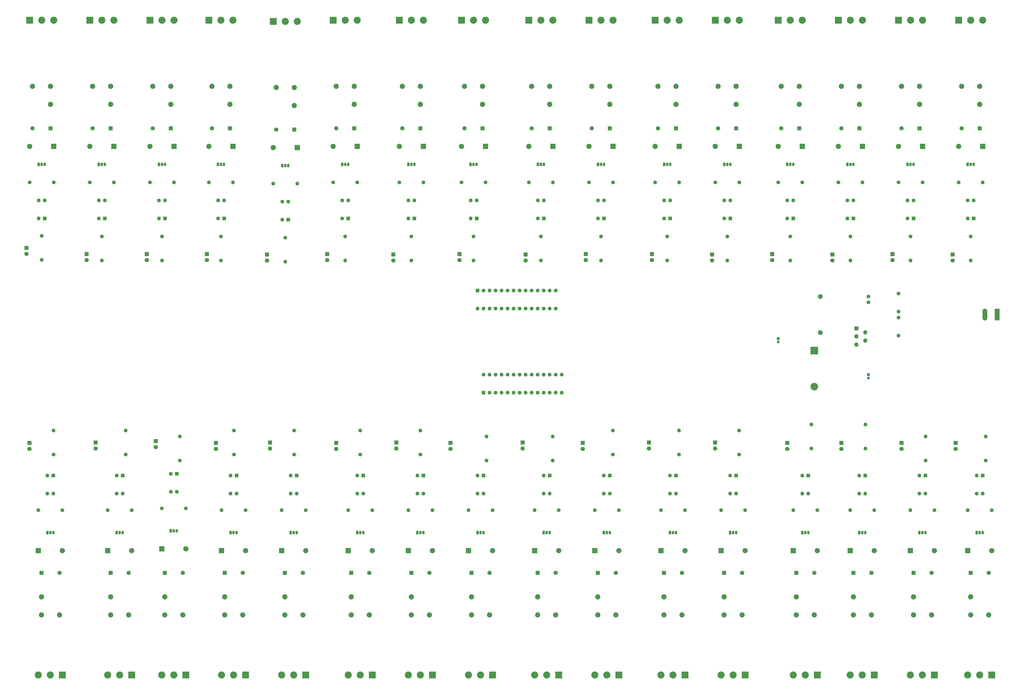
<source format=gbr>
%TF.GenerationSoftware,KiCad,Pcbnew,7.0.7*%
%TF.CreationDate,2023-09-03T02:21:55+05:00*%
%TF.ProjectId,MCUPCB,4d435550-4342-42e6-9b69-6361645f7063,rev?*%
%TF.SameCoordinates,Original*%
%TF.FileFunction,Soldermask,Bot*%
%TF.FilePolarity,Negative*%
%FSLAX46Y46*%
G04 Gerber Fmt 4.6, Leading zero omitted, Abs format (unit mm)*
G04 Created by KiCad (PCBNEW 7.0.7) date 2023-09-03 02:21:55*
%MOMM*%
%LPD*%
G01*
G04 APERTURE LIST*
%ADD10R,2.200000X2.200000*%
%ADD11O,2.200000X2.200000*%
%ADD12C,1.800000*%
%ADD13R,1.800000X1.800000*%
%ADD14C,2.200000*%
%ADD15R,1.050000X1.500000*%
%ADD16O,1.050000X1.500000*%
%ADD17O,1.600000X1.600000*%
%ADD18R,1.600000X1.600000*%
%ADD19C,3.000000*%
%ADD20R,3.000000X3.000000*%
%ADD21C,1.600000*%
%ADD22C,2.000000*%
%ADD23O,2.000000X2.000000*%
%ADD24O,1.800000X1.800000*%
%ADD25O,2.020000X5.020000*%
%ADD26R,2.020000X5.020000*%
%ADD27R,3.200000X3.200000*%
%ADD28O,3.200000X3.200000*%
%ADD29R,1.200000X1.200000*%
%ADD30C,1.200000*%
G04 APERTURE END LIST*
D10*
%TO.C,D21*%
X381780000Y-121140000D03*
D11*
X371620000Y-121140000D03*
%TD*%
D12*
%TO.C,K12*%
X398237500Y-113520000D03*
D13*
X405857500Y-113520000D03*
D14*
X405857500Y-95740000D03*
X398237500Y-95740000D03*
X405857500Y-103360000D03*
%TD*%
D10*
%TO.C,D15*%
X300042500Y-121140000D03*
D11*
X289882500Y-121140000D03*
%TD*%
D12*
%TO.C,K14*%
X450255000Y-113520000D03*
D13*
X457875000Y-113520000D03*
D14*
X457875000Y-95740000D03*
X450255000Y-95740000D03*
X457875000Y-103360000D03*
%TD*%
D15*
%TO.C,Q8*%
X293692500Y-128760000D03*
D16*
X294962500Y-128760000D03*
X296232500Y-128760000D03*
%TD*%
D12*
%TO.C,K15*%
X475655000Y-113520000D03*
D13*
X483275000Y-113520000D03*
D14*
X483275000Y-95740000D03*
X475655000Y-95740000D03*
X483275000Y-103360000D03*
%TD*%
D12*
%TO.C,K16*%
X501055000Y-113520000D03*
D13*
X508675000Y-113520000D03*
D14*
X508675000Y-95740000D03*
X501055000Y-95740000D03*
X508675000Y-103360000D03*
%TD*%
D12*
%TO.C,K5*%
X211577500Y-114080000D03*
D13*
X219197500Y-114080000D03*
D14*
X219197500Y-96300000D03*
X211577500Y-96300000D03*
X219197500Y-103920000D03*
%TD*%
D17*
%TO.C,U16*%
X506192500Y-144000000D03*
X503652500Y-144000000D03*
X503652500Y-151620000D03*
D18*
X506192500Y-151620000D03*
%TD*%
D19*
%TO.C,J14*%
X459197500Y-67800000D03*
X454117500Y-67800000D03*
D20*
X449037500Y-67800000D03*
%TD*%
D16*
%TO.C,Q10*%
X350030000Y-128760000D03*
X348760000Y-128760000D03*
D15*
X347490000Y-128760000D03*
%TD*%
D14*
%TO.C,K10*%
X352517500Y-103360000D03*
X344897500Y-95740000D03*
X352517500Y-95740000D03*
D13*
X352517500Y-113520000D03*
D12*
X344897500Y-113520000D03*
%TD*%
D17*
%TO.C,R23*%
X402100000Y-169400000D03*
D21*
X402100000Y-159240000D03*
%TD*%
D11*
%TO.C,D23*%
X397020000Y-121140000D03*
D10*
X407180000Y-121140000D03*
%TD*%
D12*
%TO.C,K11*%
X372837500Y-113520000D03*
D13*
X380457500Y-113520000D03*
D14*
X380457500Y-95740000D03*
X372837500Y-95740000D03*
X380457500Y-103360000D03*
%TD*%
D12*
%TO.C,D24*%
X395697500Y-169400000D03*
D13*
X395697500Y-166860000D03*
%TD*%
D16*
%TO.C,Q16*%
X506187500Y-128760000D03*
X504917500Y-128760000D03*
D15*
X503647500Y-128760000D03*
%TD*%
D12*
%TO.C,K13*%
X424855000Y-113520000D03*
D13*
X432475000Y-113520000D03*
D14*
X432475000Y-95740000D03*
X424855000Y-95740000D03*
X432475000Y-103360000D03*
%TD*%
D12*
%TO.C,D26*%
X421097500Y-169240000D03*
D13*
X421097500Y-166700000D03*
%TD*%
D15*
%TO.C,Q11*%
X375430000Y-128760000D03*
D16*
X376700000Y-128760000D03*
X377970000Y-128760000D03*
%TD*%
D17*
%TO.C,R29*%
X479517500Y-169400000D03*
D21*
X479517500Y-159240000D03*
%TD*%
D16*
%TO.C,Q13*%
X429987500Y-128760000D03*
X428717500Y-128760000D03*
D15*
X427447500Y-128760000D03*
%TD*%
%TO.C,Q6*%
X239487500Y-128760000D03*
D16*
X240757500Y-128760000D03*
X242027500Y-128760000D03*
%TD*%
D15*
%TO.C,Q4*%
X187012500Y-128760000D03*
D16*
X188282500Y-128760000D03*
X189552500Y-128760000D03*
%TD*%
D15*
%TO.C,Q12*%
X400830000Y-128760000D03*
D16*
X402100000Y-128760000D03*
X403370000Y-128760000D03*
%TD*%
D13*
%TO.C,D20*%
X342357500Y-166700000D03*
D12*
X342357500Y-169240000D03*
%TD*%
D15*
%TO.C,Q3*%
X162070000Y-128760000D03*
D16*
X163340000Y-128760000D03*
X164610000Y-128760000D03*
%TD*%
D17*
%TO.C,U9*%
X324635000Y-144000000D03*
X322095000Y-144000000D03*
X322095000Y-151620000D03*
D18*
X324635000Y-151620000D03*
%TD*%
D16*
%TO.C,Q1*%
X113810000Y-128760000D03*
X112540000Y-128760000D03*
D15*
X111270000Y-128760000D03*
%TD*%
%TO.C,Q5*%
X214170000Y-129320000D03*
D16*
X215440000Y-129320000D03*
X216710000Y-129320000D03*
%TD*%
%TO.C,Q2*%
X139210000Y-128760000D03*
X137940000Y-128760000D03*
D15*
X136670000Y-128760000D03*
%TD*%
D17*
%TO.C,R12*%
X245837500Y-136380000D03*
D21*
X235677500Y-136380000D03*
%TD*%
D15*
%TO.C,Q9*%
X322090000Y-128760000D03*
D16*
X323360000Y-128760000D03*
X324630000Y-128760000D03*
%TD*%
%TO.C,Q15*%
X480787500Y-128760000D03*
X479517500Y-128760000D03*
D15*
X478247500Y-128760000D03*
%TD*%
D17*
%TO.C,R10*%
X220520000Y-136940000D03*
D21*
X210360000Y-136940000D03*
%TD*%
D13*
%TO.C,D16*%
X289017500Y-166700000D03*
D12*
X289017500Y-169240000D03*
%TD*%
D16*
%TO.C,Q7*%
X269972500Y-128760000D03*
X268702500Y-128760000D03*
D15*
X267432500Y-128760000D03*
%TD*%
%TO.C,Q14*%
X452847500Y-128760000D03*
D16*
X454117500Y-128760000D03*
X455387500Y-128760000D03*
%TD*%
D11*
%TO.C,D11*%
X235677500Y-121140000D03*
D10*
X245837500Y-121140000D03*
%TD*%
D17*
%TO.C,R2*%
X117620000Y-136380000D03*
D21*
X107460000Y-136380000D03*
%TD*%
D17*
%TO.C,R3*%
X137940000Y-169400000D03*
D21*
X137940000Y-159240000D03*
%TD*%
D17*
%TO.C,R4*%
X143020000Y-136380000D03*
D21*
X132860000Y-136380000D03*
%TD*%
D13*
%TO.C,D32*%
X497297500Y-166860000D03*
D12*
X497297500Y-169400000D03*
%TD*%
D17*
%TO.C,R5*%
X163340000Y-169400000D03*
D21*
X163340000Y-159240000D03*
%TD*%
D11*
%TO.C,D9*%
X210360000Y-121700000D03*
D10*
X220520000Y-121700000D03*
%TD*%
D17*
%TO.C,R6*%
X168420000Y-136380000D03*
D21*
X158260000Y-136380000D03*
%TD*%
D17*
%TO.C,R7*%
X188282500Y-169400000D03*
D21*
X188282500Y-159240000D03*
%TD*%
D17*
%TO.C,R8*%
X193362500Y-136380000D03*
D21*
X183202500Y-136380000D03*
%TD*%
D19*
%TO.C,J15*%
X484597500Y-67800000D03*
X479517500Y-67800000D03*
D20*
X474437500Y-67800000D03*
%TD*%
D13*
%TO.C,D8*%
X182337500Y-166700000D03*
D12*
X182337500Y-169240000D03*
%TD*%
D11*
%TO.C,D13*%
X263622500Y-121140000D03*
D10*
X273782500Y-121140000D03*
%TD*%
D12*
%TO.C,D18*%
X316957500Y-169400000D03*
D13*
X316957500Y-166860000D03*
%TD*%
D11*
%TO.C,D3*%
X132860000Y-121140000D03*
D10*
X143020000Y-121140000D03*
%TD*%
D12*
%TO.C,D4*%
X131537500Y-169240000D03*
D13*
X131537500Y-166700000D03*
%TD*%
D10*
%TO.C,D17*%
X328440000Y-121140000D03*
D11*
X318280000Y-121140000D03*
%TD*%
%TO.C,D1*%
X107460000Y-121140000D03*
D10*
X117620000Y-121140000D03*
%TD*%
D12*
%TO.C,D6*%
X156937500Y-169240000D03*
D13*
X156937500Y-166700000D03*
%TD*%
D11*
%TO.C,D7*%
X183202500Y-121140000D03*
D10*
X193362500Y-121140000D03*
%TD*%
D11*
%TO.C,D5*%
X158260000Y-121140000D03*
D10*
X168420000Y-121140000D03*
%TD*%
D12*
%TO.C,D10*%
X207737500Y-169400000D03*
D13*
X207737500Y-166860000D03*
%TD*%
D12*
%TO.C,D12*%
X233137500Y-169240000D03*
D13*
X233137500Y-166700000D03*
%TD*%
D11*
%TO.C,D19*%
X343680000Y-121140000D03*
D10*
X353840000Y-121140000D03*
%TD*%
D13*
%TO.C,D14*%
X261077500Y-166860000D03*
D12*
X261077500Y-169400000D03*
%TD*%
D13*
%TO.C,D22*%
X370297500Y-166700000D03*
D12*
X370297500Y-169240000D03*
%TD*%
D19*
%TO.C,J2*%
X143020000Y-67800000D03*
X137940000Y-67800000D03*
D20*
X132860000Y-67800000D03*
%TD*%
D11*
%TO.C,D31*%
X499837500Y-121140000D03*
D10*
X509997500Y-121140000D03*
%TD*%
D12*
%TO.C,D28*%
X446497500Y-169400000D03*
D13*
X446497500Y-166860000D03*
%TD*%
D11*
%TO.C,D29*%
X474437500Y-121140000D03*
D10*
X484597500Y-121140000D03*
%TD*%
D11*
%TO.C,D27*%
X449037500Y-121140000D03*
D10*
X459197500Y-121140000D03*
%TD*%
D12*
%TO.C,D30*%
X471897500Y-169240000D03*
D13*
X471897500Y-166700000D03*
%TD*%
D10*
%TO.C,D25*%
X433797500Y-121140000D03*
D11*
X423637500Y-121140000D03*
%TD*%
D19*
%TO.C,J12*%
X407180000Y-67800000D03*
X402100000Y-67800000D03*
D20*
X397020000Y-67800000D03*
%TD*%
D19*
%TO.C,J9*%
X328440000Y-67800000D03*
X323360000Y-67800000D03*
D20*
X318280000Y-67800000D03*
%TD*%
%TO.C,J7*%
X263622500Y-67800000D03*
D19*
X268702500Y-67800000D03*
X273782500Y-67800000D03*
%TD*%
%TO.C,J1*%
X117620000Y-67800000D03*
X112540000Y-67800000D03*
D20*
X107460000Y-67800000D03*
%TD*%
%TO.C,J3*%
X158260000Y-67800000D03*
D19*
X163340000Y-67800000D03*
X168420000Y-67800000D03*
%TD*%
%TO.C,J4*%
X193362500Y-67800000D03*
X188282500Y-67800000D03*
D20*
X183202500Y-67800000D03*
%TD*%
D19*
%TO.C,J11*%
X381780000Y-67800000D03*
X376700000Y-67800000D03*
D20*
X371620000Y-67800000D03*
%TD*%
D19*
%TO.C,J8*%
X300042500Y-67800000D03*
X294962500Y-67800000D03*
D20*
X289882500Y-67800000D03*
%TD*%
D19*
%TO.C,J6*%
X245837500Y-67800000D03*
X240757500Y-67800000D03*
D20*
X235677500Y-67800000D03*
%TD*%
%TO.C,J10*%
X343680000Y-67800000D03*
D19*
X348760000Y-67800000D03*
X353840000Y-67800000D03*
%TD*%
%TO.C,J5*%
X220520000Y-68360000D03*
X215440000Y-68360000D03*
D20*
X210360000Y-68360000D03*
%TD*%
%TO.C,J13*%
X423637500Y-67800000D03*
D19*
X428717500Y-67800000D03*
X433797500Y-67800000D03*
%TD*%
%TO.C,J16*%
X509997500Y-67800000D03*
X504917500Y-67800000D03*
D20*
X499837500Y-67800000D03*
%TD*%
D14*
%TO.C,K7*%
X272460000Y-103360000D03*
X264840000Y-95740000D03*
X272460000Y-95740000D03*
D13*
X272460000Y-113520000D03*
D12*
X264840000Y-113520000D03*
%TD*%
%TO.C,K8*%
X291100000Y-113520000D03*
D13*
X298720000Y-113520000D03*
D14*
X298720000Y-95740000D03*
X291100000Y-95740000D03*
X298720000Y-103360000D03*
%TD*%
D12*
%TO.C,K9*%
X319497500Y-113520000D03*
D13*
X327117500Y-113520000D03*
D14*
X327117500Y-95740000D03*
X319497500Y-95740000D03*
X327117500Y-103360000D03*
%TD*%
%TO.C,K1*%
X116297500Y-103360000D03*
X108677500Y-95740000D03*
X116297500Y-95740000D03*
D13*
X116297500Y-113520000D03*
D12*
X108677500Y-113520000D03*
%TD*%
%TO.C,K4*%
X184420000Y-113520000D03*
D13*
X192040000Y-113520000D03*
D14*
X192040000Y-95740000D03*
X184420000Y-95740000D03*
X192040000Y-103360000D03*
%TD*%
D12*
%TO.C,K3*%
X159477500Y-113520000D03*
D13*
X167097500Y-113520000D03*
D14*
X167097500Y-95740000D03*
X159477500Y-95740000D03*
X167097500Y-103360000D03*
%TD*%
D12*
%TO.C,K6*%
X236895000Y-113520000D03*
D13*
X244515000Y-113520000D03*
D14*
X244515000Y-95740000D03*
X236895000Y-95740000D03*
X244515000Y-103360000D03*
%TD*%
D12*
%TO.C,K2*%
X134077500Y-113520000D03*
D13*
X141697500Y-113520000D03*
D14*
X141697500Y-95740000D03*
X134077500Y-95740000D03*
X141697500Y-103360000D03*
%TD*%
D17*
%TO.C,R1*%
X112540000Y-169150000D03*
D21*
X112540000Y-158990000D03*
%TD*%
D12*
%TO.C,D2*%
X106137500Y-166610000D03*
D13*
X106137500Y-164070000D03*
%TD*%
D21*
%TO.C,R13*%
X268702500Y-159240000D03*
D17*
X268702500Y-169400000D03*
%TD*%
D21*
%TO.C,R25*%
X428717500Y-159240000D03*
D17*
X428717500Y-169400000D03*
%TD*%
%TO.C,R16*%
X300042500Y-136380000D03*
D21*
X289882500Y-136380000D03*
%TD*%
%TO.C,R20*%
X343680000Y-136380000D03*
D17*
X353840000Y-136380000D03*
%TD*%
%TO.C,R32*%
X509997500Y-136380000D03*
D21*
X499837500Y-136380000D03*
%TD*%
D17*
%TO.C,R9*%
X215440000Y-169960000D03*
D21*
X215440000Y-159800000D03*
%TD*%
D17*
%TO.C,R22*%
X381780000Y-136380000D03*
D21*
X371620000Y-136380000D03*
%TD*%
D17*
%TO.C,R11*%
X240757500Y-169400000D03*
D21*
X240757500Y-159240000D03*
%TD*%
D17*
%TO.C,R21*%
X376700000Y-169400000D03*
D21*
X376700000Y-159240000D03*
%TD*%
D17*
%TO.C,R28*%
X459197500Y-136380000D03*
D21*
X449037500Y-136380000D03*
%TD*%
D17*
%TO.C,R31*%
X504917500Y-169400000D03*
D21*
X504917500Y-159240000D03*
%TD*%
D17*
%TO.C,R15*%
X294962500Y-169400000D03*
D21*
X294962500Y-159240000D03*
%TD*%
D17*
%TO.C,R18*%
X328440000Y-136380000D03*
D21*
X318280000Y-136380000D03*
%TD*%
%TO.C,R14*%
X263622500Y-136380000D03*
D17*
X273782500Y-136380000D03*
%TD*%
%TO.C,R17*%
X323360000Y-169400000D03*
D21*
X323360000Y-159240000D03*
%TD*%
%TO.C,R19*%
X348760000Y-159240000D03*
D17*
X348760000Y-169400000D03*
%TD*%
%TO.C,R24*%
X407180000Y-136380000D03*
D21*
X397020000Y-136380000D03*
%TD*%
%TO.C,R26*%
X423637500Y-136380000D03*
D17*
X433797500Y-136380000D03*
%TD*%
%TO.C,R27*%
X454117500Y-169400000D03*
D21*
X454117500Y-159240000D03*
%TD*%
D17*
%TO.C,R30*%
X484597500Y-136380000D03*
D21*
X474437500Y-136380000D03*
%TD*%
D17*
%TO.C,U1*%
X113815000Y-144000000D03*
X111275000Y-144000000D03*
X111275000Y-151620000D03*
D18*
X113815000Y-151620000D03*
%TD*%
D17*
%TO.C,U3*%
X164615000Y-144000000D03*
X162075000Y-144000000D03*
X162075000Y-151620000D03*
D18*
X164615000Y-151620000D03*
%TD*%
D17*
%TO.C,U4*%
X189557500Y-144000000D03*
X187017500Y-144000000D03*
X187017500Y-151620000D03*
D18*
X189557500Y-151620000D03*
%TD*%
D17*
%TO.C,U5*%
X216715000Y-144560000D03*
X214175000Y-144560000D03*
X214175000Y-152180000D03*
D18*
X216715000Y-152180000D03*
%TD*%
D17*
%TO.C,U6*%
X242032500Y-144000000D03*
X239492500Y-144000000D03*
X239492500Y-151620000D03*
D18*
X242032500Y-151620000D03*
%TD*%
D17*
%TO.C,U2*%
X139215000Y-144000000D03*
X136675000Y-144000000D03*
X136675000Y-151620000D03*
D18*
X139215000Y-151620000D03*
%TD*%
D17*
%TO.C,U8*%
X296237500Y-144000000D03*
X293697500Y-144000000D03*
X293697500Y-151620000D03*
D18*
X296237500Y-151620000D03*
%TD*%
%TO.C,U7*%
X269977500Y-151620000D03*
D17*
X267437500Y-151620000D03*
X267437500Y-144000000D03*
X269977500Y-144000000D03*
%TD*%
%TO.C,U11*%
X377975000Y-144000000D03*
X375435000Y-144000000D03*
X375435000Y-151620000D03*
D18*
X377975000Y-151620000D03*
%TD*%
D17*
%TO.C,U12*%
X403375000Y-144000000D03*
X400835000Y-144000000D03*
X400835000Y-151620000D03*
D18*
X403375000Y-151620000D03*
%TD*%
D17*
%TO.C,U15*%
X480792500Y-144000000D03*
X478252500Y-144000000D03*
X478252500Y-151620000D03*
D18*
X480792500Y-151620000D03*
%TD*%
D17*
%TO.C,U14*%
X455392500Y-144000000D03*
X452852500Y-144000000D03*
X452852500Y-151620000D03*
D18*
X455392500Y-151620000D03*
%TD*%
%TO.C,U13*%
X429992500Y-151620000D03*
D17*
X427452500Y-151620000D03*
X427452500Y-144000000D03*
X429992500Y-144000000D03*
%TD*%
D18*
%TO.C,U10*%
X350035000Y-151620000D03*
D17*
X347495000Y-151620000D03*
X347495000Y-144000000D03*
X350035000Y-144000000D03*
%TD*%
D12*
%TO.C,D46*%
X341035000Y-249120000D03*
D13*
X341035000Y-246580000D03*
%TD*%
D22*
%TO.C,L1*%
X441417500Y-184640000D03*
D23*
X441417500Y-199880000D03*
%TD*%
D13*
%TO.C,U36*%
X456657500Y-198160000D03*
D24*
X460357500Y-199860000D03*
X456657500Y-201560000D03*
X460357500Y-203260000D03*
X456657500Y-204960000D03*
%TD*%
D17*
%TO.C,U35*%
X299177500Y-217660000D03*
X301717500Y-217660000D03*
X304257500Y-217660000D03*
X306797500Y-217660000D03*
X309337500Y-217660000D03*
X311877500Y-217660000D03*
X314417500Y-217660000D03*
X316957500Y-217660000D03*
X319497500Y-217660000D03*
X322037500Y-217660000D03*
X324577500Y-217660000D03*
X327117500Y-217660000D03*
X329657500Y-217660000D03*
X332197500Y-217660000D03*
X332197500Y-225280000D03*
X329657500Y-225280000D03*
X327117500Y-225280000D03*
X324577500Y-225280000D03*
X322037500Y-225280000D03*
X319497500Y-225280000D03*
X316957500Y-225280000D03*
X314417500Y-225280000D03*
X311877500Y-225280000D03*
X309337500Y-225280000D03*
X306797500Y-225280000D03*
X304257500Y-225280000D03*
X301717500Y-225280000D03*
D18*
X299177500Y-225280000D03*
%TD*%
D17*
%TO.C,U34*%
X296637500Y-189720000D03*
X299177500Y-189720000D03*
X301717500Y-189720000D03*
X304257500Y-189720000D03*
X306797500Y-189720000D03*
X309337500Y-189720000D03*
X311877500Y-189720000D03*
X314417500Y-189720000D03*
X316957500Y-189720000D03*
X319497500Y-189720000D03*
X322037500Y-189720000D03*
X324577500Y-189720000D03*
X327117500Y-189720000D03*
X329657500Y-189720000D03*
X329657500Y-182100000D03*
X327117500Y-182100000D03*
X324577500Y-182100000D03*
X322037500Y-182100000D03*
X319497500Y-182100000D03*
X316957500Y-182100000D03*
X314417500Y-182100000D03*
X311877500Y-182100000D03*
X309337500Y-182100000D03*
X306797500Y-182100000D03*
X304257500Y-182100000D03*
X301717500Y-182100000D03*
X299177500Y-182100000D03*
D18*
X296637500Y-182100000D03*
%TD*%
D17*
%TO.C,U32*%
X117467500Y-267980000D03*
X114927500Y-267980000D03*
X114927500Y-260360000D03*
D18*
X117467500Y-260360000D03*
%TD*%
D17*
%TO.C,U31*%
X146730000Y-267980000D03*
X144190000Y-267980000D03*
X144190000Y-260360000D03*
D18*
X146730000Y-260360000D03*
%TD*%
D17*
%TO.C,U30*%
X169590000Y-267200000D03*
X167050000Y-267200000D03*
X167050000Y-259580000D03*
D18*
X169590000Y-259580000D03*
%TD*%
%TO.C,U29*%
X194885000Y-260360000D03*
D17*
X192345000Y-260360000D03*
X192345000Y-267980000D03*
X194885000Y-267980000D03*
%TD*%
D18*
%TO.C,U28*%
X220285000Y-260360000D03*
D17*
X217745000Y-260360000D03*
X217745000Y-267980000D03*
X220285000Y-267980000D03*
%TD*%
%TO.C,U27*%
X248330000Y-267980000D03*
X245790000Y-267980000D03*
X245790000Y-260360000D03*
D18*
X248330000Y-260360000D03*
%TD*%
D17*
%TO.C,U26*%
X273730000Y-267980000D03*
X271190000Y-267980000D03*
X271190000Y-260360000D03*
D18*
X273730000Y-260360000D03*
%TD*%
D17*
%TO.C,U25*%
X299130000Y-267980000D03*
X296590000Y-267980000D03*
X296590000Y-260360000D03*
D18*
X299130000Y-260360000D03*
%TD*%
D17*
%TO.C,U24*%
X327070000Y-267980000D03*
X324530000Y-267980000D03*
X324530000Y-260360000D03*
D18*
X327070000Y-260360000D03*
%TD*%
D17*
%TO.C,U23*%
X352470000Y-267980000D03*
X349930000Y-267980000D03*
X349930000Y-260360000D03*
D18*
X352470000Y-260360000D03*
%TD*%
D17*
%TO.C,U22*%
X380410000Y-267980000D03*
X377870000Y-267980000D03*
X377870000Y-260360000D03*
D18*
X380410000Y-260360000D03*
%TD*%
D17*
%TO.C,U21*%
X405810000Y-267980000D03*
X403270000Y-267980000D03*
X403270000Y-260360000D03*
D18*
X405810000Y-260360000D03*
%TD*%
%TO.C,U20*%
X436290000Y-260360000D03*
D17*
X433750000Y-260360000D03*
X433750000Y-267980000D03*
X436290000Y-267980000D03*
%TD*%
%TO.C,U19*%
X460367500Y-267980000D03*
X457827500Y-267980000D03*
X457827500Y-260360000D03*
D18*
X460367500Y-260360000D03*
%TD*%
D17*
%TO.C,U18*%
X485767500Y-267980000D03*
X483227500Y-267980000D03*
X483227500Y-260360000D03*
D18*
X485767500Y-260360000D03*
%TD*%
%TO.C,U17*%
X509950000Y-260360000D03*
D17*
X507410000Y-260360000D03*
X507410000Y-267980000D03*
X509950000Y-267980000D03*
%TD*%
%TO.C,R66*%
X474437500Y-190990000D03*
D21*
X474437500Y-183370000D03*
%TD*%
D17*
%TO.C,R65*%
X474437500Y-201150000D03*
D21*
X474437500Y-193530000D03*
%TD*%
D17*
%TO.C,R64*%
X111112500Y-274996750D03*
D21*
X121272500Y-274996750D03*
%TD*%
D17*
%TO.C,R63*%
X117515000Y-241300000D03*
D21*
X117515000Y-251460000D03*
%TD*%
D17*
%TO.C,R62*%
X140375000Y-274996750D03*
D21*
X150535000Y-274996750D03*
%TD*%
D17*
%TO.C,R61*%
X147995000Y-241300000D03*
D21*
X147995000Y-251460000D03*
%TD*%
D17*
%TO.C,R60*%
X163235000Y-274216750D03*
D21*
X173395000Y-274216750D03*
%TD*%
%TO.C,R59*%
X170855000Y-254000000D03*
D17*
X170855000Y-243840000D03*
%TD*%
D21*
%TO.C,R58*%
X198690000Y-274996750D03*
D17*
X188530000Y-274996750D03*
%TD*%
%TO.C,R57*%
X193715000Y-241300000D03*
D21*
X193715000Y-251460000D03*
%TD*%
D17*
%TO.C,R56*%
X213930000Y-274996750D03*
D21*
X224090000Y-274996750D03*
%TD*%
D17*
%TO.C,R55*%
X219115000Y-241300000D03*
D21*
X219115000Y-251460000D03*
%TD*%
D17*
%TO.C,R54*%
X241975000Y-274996750D03*
D21*
X252135000Y-274996750D03*
%TD*%
D17*
%TO.C,R53*%
X247055000Y-241300000D03*
D21*
X247055000Y-251460000D03*
%TD*%
D17*
%TO.C,R52*%
X267375000Y-274996750D03*
D21*
X277535000Y-274996750D03*
%TD*%
D17*
%TO.C,R51*%
X272455000Y-241300000D03*
D21*
X272455000Y-251460000D03*
%TD*%
D17*
%TO.C,R50*%
X292775000Y-274996750D03*
D21*
X302935000Y-274996750D03*
%TD*%
D17*
%TO.C,R49*%
X300395000Y-243840000D03*
D21*
X300395000Y-254000000D03*
%TD*%
D17*
%TO.C,R48*%
X320715000Y-274996750D03*
D21*
X330875000Y-274996750D03*
%TD*%
D17*
%TO.C,R47*%
X328335000Y-243840000D03*
D21*
X328335000Y-254000000D03*
%TD*%
D17*
%TO.C,R46*%
X346115000Y-274996750D03*
D21*
X356275000Y-274996750D03*
%TD*%
D17*
%TO.C,R45*%
X353735000Y-241300000D03*
D21*
X353735000Y-251460000D03*
%TD*%
D17*
%TO.C,R44*%
X374055000Y-274996750D03*
D21*
X384215000Y-274996750D03*
%TD*%
%TO.C,R43*%
X381675000Y-251460000D03*
D17*
X381675000Y-241300000D03*
%TD*%
%TO.C,R42*%
X399455000Y-274996750D03*
D21*
X409615000Y-274996750D03*
%TD*%
D17*
%TO.C,R41*%
X407075000Y-241300000D03*
D21*
X407075000Y-251460000D03*
%TD*%
%TO.C,R40*%
X440095000Y-274996750D03*
D17*
X429935000Y-274996750D03*
%TD*%
D21*
%TO.C,R39*%
X437555000Y-248920000D03*
D17*
X437555000Y-238760000D03*
%TD*%
%TO.C,R38*%
X454012500Y-274996750D03*
D21*
X464172500Y-274996750D03*
%TD*%
D17*
%TO.C,R37*%
X460415000Y-238760000D03*
D21*
X460415000Y-248920000D03*
%TD*%
D17*
%TO.C,R36*%
X479412500Y-274996750D03*
D21*
X489572500Y-274996750D03*
%TD*%
%TO.C,R35*%
X485815000Y-254000000D03*
D17*
X485815000Y-243840000D03*
%TD*%
D21*
%TO.C,R34*%
X513755000Y-274996750D03*
D17*
X503595000Y-274996750D03*
%TD*%
D21*
%TO.C,R33*%
X511215000Y-254000000D03*
D17*
X511215000Y-243840000D03*
%TD*%
D16*
%TO.C,Q32*%
X117462500Y-284480000D03*
X116192500Y-284480000D03*
D15*
X114922500Y-284480000D03*
%TD*%
D16*
%TO.C,Q31*%
X146725000Y-284480000D03*
X145455000Y-284480000D03*
D15*
X144185000Y-284480000D03*
%TD*%
D16*
%TO.C,Q30*%
X169585000Y-283700000D03*
X168315000Y-283700000D03*
D15*
X167045000Y-283700000D03*
%TD*%
%TO.C,Q29*%
X192340000Y-284480000D03*
D16*
X193610000Y-284480000D03*
X194880000Y-284480000D03*
%TD*%
%TO.C,Q28*%
X220280000Y-284480000D03*
X219010000Y-284480000D03*
D15*
X217740000Y-284480000D03*
%TD*%
D16*
%TO.C,Q27*%
X248325000Y-284480000D03*
X247055000Y-284480000D03*
D15*
X245785000Y-284480000D03*
%TD*%
D16*
%TO.C,Q26*%
X273725000Y-284480000D03*
X272455000Y-284480000D03*
D15*
X271185000Y-284480000D03*
%TD*%
D16*
%TO.C,Q25*%
X299125000Y-284480000D03*
X297855000Y-284480000D03*
D15*
X296585000Y-284480000D03*
%TD*%
D16*
%TO.C,Q24*%
X327065000Y-284480000D03*
X325795000Y-284480000D03*
D15*
X324525000Y-284480000D03*
%TD*%
D16*
%TO.C,Q23*%
X352465000Y-284480000D03*
X351195000Y-284480000D03*
D15*
X349925000Y-284480000D03*
%TD*%
D16*
%TO.C,Q22*%
X380405000Y-284480000D03*
X379135000Y-284480000D03*
D15*
X377865000Y-284480000D03*
%TD*%
D16*
%TO.C,Q21*%
X405805000Y-284480000D03*
X404535000Y-284480000D03*
D15*
X403265000Y-284480000D03*
%TD*%
%TO.C,Q20*%
X433745000Y-284480000D03*
D16*
X435015000Y-284480000D03*
X436285000Y-284480000D03*
%TD*%
%TO.C,Q19*%
X460362500Y-284480000D03*
X459092500Y-284480000D03*
D15*
X457822500Y-284480000D03*
%TD*%
D16*
%TO.C,Q18*%
X485762500Y-284480000D03*
X484492500Y-284480000D03*
D15*
X483222500Y-284480000D03*
%TD*%
%TO.C,Q17*%
X507405000Y-284480000D03*
D16*
X508675000Y-284480000D03*
X509945000Y-284480000D03*
%TD*%
D12*
%TO.C,K32*%
X120055000Y-301480000D03*
D13*
X112435000Y-301480000D03*
D14*
X112435000Y-319260000D03*
X120055000Y-319260000D03*
X112435000Y-311640000D03*
%TD*%
D12*
%TO.C,K31*%
X149317500Y-301480000D03*
D13*
X141697500Y-301480000D03*
D14*
X141697500Y-319260000D03*
X149317500Y-319260000D03*
X141697500Y-311640000D03*
%TD*%
D12*
%TO.C,K30*%
X172177500Y-301480000D03*
D13*
X164557500Y-301480000D03*
D14*
X164557500Y-319260000D03*
X172177500Y-319260000D03*
X164557500Y-311640000D03*
%TD*%
%TO.C,K29*%
X189852500Y-311640000D03*
X197472500Y-319260000D03*
X189852500Y-319260000D03*
D13*
X189852500Y-301480000D03*
D12*
X197472500Y-301480000D03*
%TD*%
%TO.C,K28*%
X222872500Y-301480000D03*
D13*
X215252500Y-301480000D03*
D14*
X215252500Y-319260000D03*
X222872500Y-319260000D03*
X215252500Y-311640000D03*
%TD*%
D12*
%TO.C,K27*%
X250917500Y-301480000D03*
D13*
X243297500Y-301480000D03*
D14*
X243297500Y-319260000D03*
X250917500Y-319260000D03*
X243297500Y-311640000D03*
%TD*%
D12*
%TO.C,K26*%
X276317500Y-301480000D03*
D13*
X268697500Y-301480000D03*
D14*
X268697500Y-319260000D03*
X276317500Y-319260000D03*
X268697500Y-311640000D03*
%TD*%
D12*
%TO.C,K25*%
X301717500Y-301480000D03*
D13*
X294097500Y-301480000D03*
D14*
X294097500Y-319260000D03*
X301717500Y-319260000D03*
X294097500Y-311640000D03*
%TD*%
D12*
%TO.C,K24*%
X329657500Y-301480000D03*
D13*
X322037500Y-301480000D03*
D14*
X322037500Y-319260000D03*
X329657500Y-319260000D03*
X322037500Y-311640000D03*
%TD*%
D12*
%TO.C,K23*%
X355057500Y-301480000D03*
D13*
X347437500Y-301480000D03*
D14*
X347437500Y-319260000D03*
X355057500Y-319260000D03*
X347437500Y-311640000D03*
%TD*%
D12*
%TO.C,K22*%
X382997500Y-301480000D03*
D13*
X375377500Y-301480000D03*
D14*
X375377500Y-319260000D03*
X382997500Y-319260000D03*
X375377500Y-311640000D03*
%TD*%
D12*
%TO.C,K21*%
X408397500Y-301480000D03*
D13*
X400777500Y-301480000D03*
D14*
X400777500Y-319260000D03*
X408397500Y-319260000D03*
X400777500Y-311640000D03*
%TD*%
%TO.C,K20*%
X431257500Y-311640000D03*
X438877500Y-319260000D03*
X431257500Y-319260000D03*
D13*
X431257500Y-301480000D03*
D12*
X438877500Y-301480000D03*
%TD*%
%TO.C,K19*%
X462955000Y-301480000D03*
D13*
X455335000Y-301480000D03*
D14*
X455335000Y-319260000D03*
X462955000Y-319260000D03*
X455335000Y-311640000D03*
%TD*%
D12*
%TO.C,K18*%
X488355000Y-301480000D03*
D13*
X480735000Y-301480000D03*
D14*
X480735000Y-319260000D03*
X488355000Y-319260000D03*
X480735000Y-311640000D03*
%TD*%
%TO.C,K17*%
X504917500Y-311640000D03*
X512537500Y-319260000D03*
X504917500Y-319260000D03*
D13*
X504917500Y-301480000D03*
D12*
X512537500Y-301480000D03*
%TD*%
D25*
%TO.C,J33*%
X510907500Y-192260000D03*
D26*
X516087500Y-192260000D03*
%TD*%
D19*
%TO.C,J32*%
X111112500Y-344660000D03*
X116192500Y-344660000D03*
D20*
X121272500Y-344660000D03*
%TD*%
D19*
%TO.C,J31*%
X140375000Y-344660000D03*
X145455000Y-344660000D03*
D20*
X150535000Y-344660000D03*
%TD*%
D19*
%TO.C,J30*%
X163235000Y-344660000D03*
X168315000Y-344660000D03*
D20*
X173395000Y-344660000D03*
%TD*%
%TO.C,J29*%
X198690000Y-344660000D03*
D19*
X193610000Y-344660000D03*
X188530000Y-344660000D03*
%TD*%
%TO.C,J28*%
X213930000Y-344660000D03*
X219010000Y-344660000D03*
D20*
X224090000Y-344660000D03*
%TD*%
D19*
%TO.C,J27*%
X241975000Y-344660000D03*
X247055000Y-344660000D03*
D20*
X252135000Y-344660000D03*
%TD*%
D19*
%TO.C,J26*%
X267375000Y-344660000D03*
X272455000Y-344660000D03*
D20*
X277535000Y-344660000D03*
%TD*%
D19*
%TO.C,J25*%
X292775000Y-344660000D03*
X297855000Y-344660000D03*
D20*
X302935000Y-344660000D03*
%TD*%
D19*
%TO.C,J24*%
X320715000Y-344660000D03*
X325795000Y-344660000D03*
D20*
X330875000Y-344660000D03*
%TD*%
D19*
%TO.C,J23*%
X346115000Y-344660000D03*
X351195000Y-344660000D03*
D20*
X356275000Y-344660000D03*
%TD*%
D19*
%TO.C,J22*%
X374055000Y-344660000D03*
X379135000Y-344660000D03*
D20*
X384215000Y-344660000D03*
%TD*%
D19*
%TO.C,J21*%
X399455000Y-344660000D03*
X404535000Y-344660000D03*
D20*
X409615000Y-344660000D03*
%TD*%
%TO.C,J20*%
X440095000Y-344660000D03*
D19*
X435015000Y-344660000D03*
X429935000Y-344660000D03*
%TD*%
%TO.C,J19*%
X454012500Y-344660000D03*
X459092500Y-344660000D03*
D20*
X464172500Y-344660000D03*
%TD*%
D19*
%TO.C,J18*%
X479412500Y-344660000D03*
X484492500Y-344660000D03*
D20*
X489572500Y-344660000D03*
%TD*%
%TO.C,J17*%
X513755000Y-344660000D03*
D19*
X508675000Y-344660000D03*
X503595000Y-344660000D03*
%TD*%
D27*
%TO.C,D65*%
X438877500Y-207500000D03*
D28*
X438877500Y-222740000D03*
%TD*%
D13*
%TO.C,D64*%
X107355000Y-246580000D03*
D12*
X107355000Y-249120000D03*
%TD*%
D11*
%TO.C,D63*%
X121272500Y-292100000D03*
D10*
X111112500Y-292100000D03*
%TD*%
D13*
%TO.C,D62*%
X135295000Y-246380000D03*
D12*
X135295000Y-248920000D03*
%TD*%
D10*
%TO.C,D61*%
X140375000Y-292100000D03*
D11*
X150535000Y-292100000D03*
%TD*%
D13*
%TO.C,D60*%
X160695000Y-245800000D03*
D12*
X160695000Y-248340000D03*
%TD*%
D10*
%TO.C,D59*%
X163235000Y-291320000D03*
D11*
X173395000Y-291320000D03*
%TD*%
D12*
%TO.C,D58*%
X186095000Y-249120000D03*
D13*
X186095000Y-246580000D03*
%TD*%
D11*
%TO.C,D57*%
X198690000Y-292100000D03*
D10*
X188530000Y-292100000D03*
%TD*%
D12*
%TO.C,D56*%
X208955000Y-248920000D03*
D13*
X208955000Y-246380000D03*
%TD*%
D10*
%TO.C,D55*%
X213930000Y-292100000D03*
D11*
X224090000Y-292100000D03*
%TD*%
D12*
%TO.C,D54*%
X236895000Y-249120000D03*
D13*
X236895000Y-246580000D03*
%TD*%
D10*
%TO.C,D53*%
X241975000Y-292100000D03*
D11*
X252135000Y-292100000D03*
%TD*%
D12*
%TO.C,D52*%
X262295000Y-248920000D03*
D13*
X262295000Y-246380000D03*
%TD*%
D10*
%TO.C,D51*%
X267375000Y-292100000D03*
D11*
X277535000Y-292100000D03*
%TD*%
D13*
%TO.C,D50*%
X285155000Y-246580000D03*
D12*
X285155000Y-249120000D03*
%TD*%
D10*
%TO.C,D49*%
X292775000Y-292100000D03*
D11*
X302935000Y-292100000D03*
%TD*%
D12*
%TO.C,D48*%
X315635000Y-248920000D03*
D13*
X315635000Y-246380000D03*
%TD*%
D10*
%TO.C,D47*%
X320715000Y-292100000D03*
D11*
X330875000Y-292100000D03*
%TD*%
D10*
%TO.C,D45*%
X346115000Y-292100000D03*
D11*
X356275000Y-292100000D03*
%TD*%
D12*
%TO.C,D44*%
X368975000Y-248920000D03*
D13*
X368975000Y-246380000D03*
%TD*%
D10*
%TO.C,D43*%
X374055000Y-292100000D03*
D11*
X384215000Y-292100000D03*
%TD*%
D12*
%TO.C,D42*%
X396915000Y-248920000D03*
D13*
X396915000Y-246380000D03*
%TD*%
D11*
%TO.C,D41*%
X409615000Y-292100000D03*
D10*
X399455000Y-292100000D03*
%TD*%
D13*
%TO.C,D40*%
X427395000Y-246580000D03*
D12*
X427395000Y-249120000D03*
%TD*%
D11*
%TO.C,D39*%
X440095000Y-292100000D03*
D10*
X429935000Y-292100000D03*
%TD*%
D13*
%TO.C,D38*%
X450255000Y-246580000D03*
D12*
X450255000Y-249120000D03*
%TD*%
D10*
%TO.C,D37*%
X454012500Y-292100000D03*
D11*
X464172500Y-292100000D03*
%TD*%
D12*
%TO.C,D36*%
X475655000Y-249120000D03*
D13*
X475655000Y-246580000D03*
%TD*%
D10*
%TO.C,D35*%
X479412500Y-292100000D03*
D11*
X489572500Y-292100000D03*
%TD*%
D13*
%TO.C,D34*%
X498515000Y-246580000D03*
D12*
X498515000Y-249120000D03*
%TD*%
D11*
%TO.C,D33*%
X513755000Y-292100000D03*
D10*
X503595000Y-292100000D03*
%TD*%
D21*
%TO.C,C4*%
X461737500Y-184640000D03*
X461737500Y-187140000D03*
%TD*%
D29*
%TO.C,C2*%
X461737500Y-217660000D03*
D30*
X461737500Y-219160000D03*
%TD*%
D29*
%TO.C,C1*%
X423637500Y-202420000D03*
D30*
X423637500Y-203920000D03*
%TD*%
M02*

</source>
